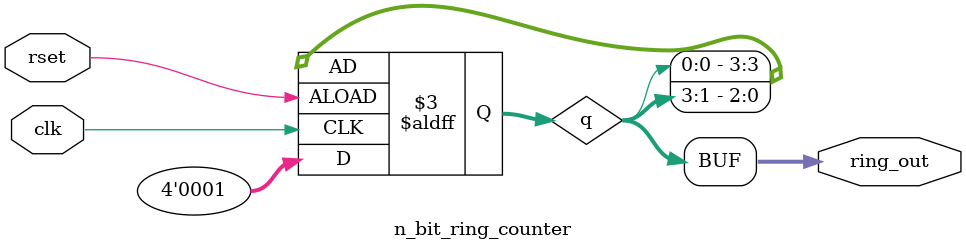
<source format=v>
module n_bit_ring_counter#(parameter n = 4)(output [n-1:0]ring_out,input clk,rset);

reg[n-1:0]q;
  
always@(posedge clk or negedge rset)
begin
	if (~rset)
	begin
		q <= {q[0],q[n-1:1]};
	end
	else
	q <= 'd1;

end

assign ring_out = q;

endmodule 
</source>
